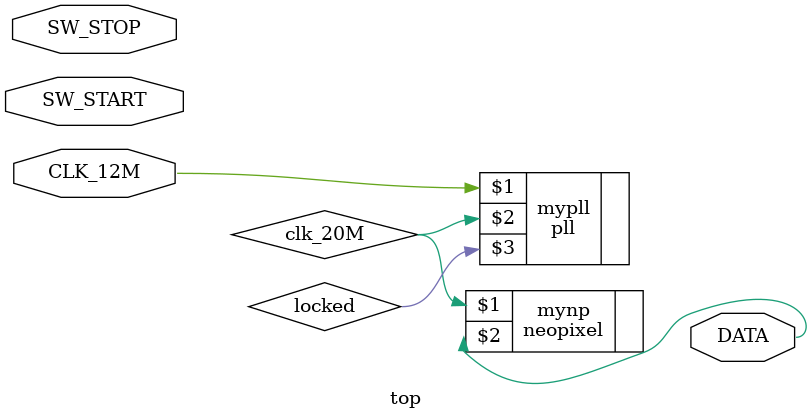
<source format=v>
`default_nettype none

module top(input CLK_12M,
           input SW_START,
           input SW_STOP,
           output DATA);

    // CLK is 12MHz from MEMS resonator.  Put it through the PLL to get 20MHz
    wire clk_20M;
    wire locked;
    pll mypll(CLK_12M, clk_20M, locked);

    neopixel mynp (clk_20M, DATA);
endmodule

</source>
